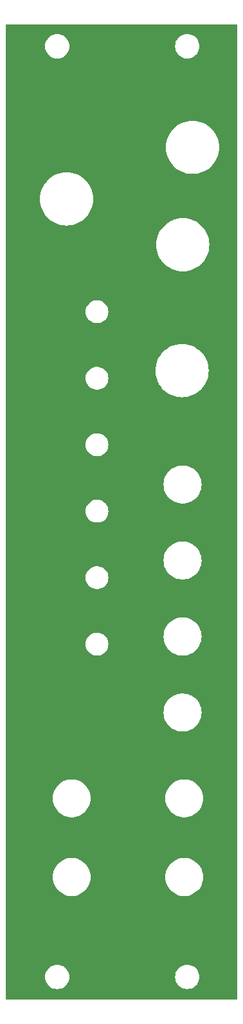
<source format=gbr>
%TF.GenerationSoftware,KiCad,Pcbnew,(7.0.0)*%
%TF.CreationDate,2023-03-30T09:06:06-07:00*%
%TF.ProjectId,wyw_r_faceplate,7779775f-725f-4666-9163-65706c617465,rev?*%
%TF.SameCoordinates,Original*%
%TF.FileFunction,Copper,L2,Bot*%
%TF.FilePolarity,Positive*%
%FSLAX46Y46*%
G04 Gerber Fmt 4.6, Leading zero omitted, Abs format (unit mm)*
G04 Created by KiCad (PCBNEW (7.0.0)) date 2023-03-30 09:06:06*
%MOMM*%
%LPD*%
G01*
G04 APERTURE LIST*
G04 APERTURE END LIST*
%TA.AperFunction,Conductor*%
%TO.N,GND*%
G36*
X50417500Y-20016613D02*
G01*
X50462887Y-20062000D01*
X50479500Y-20124000D01*
X50479500Y-148275500D01*
X50462887Y-148337500D01*
X50417500Y-148382887D01*
X50355500Y-148399500D01*
X20124500Y-148399500D01*
X20062500Y-148382887D01*
X20017113Y-148337500D01*
X20000500Y-148275500D01*
X20000500Y-145400000D01*
X25174551Y-145400000D01*
X25194317Y-145651148D01*
X25195452Y-145655877D01*
X25195453Y-145655881D01*
X25251989Y-145891374D01*
X25251991Y-145891382D01*
X25253127Y-145896111D01*
X25349534Y-146128859D01*
X25352081Y-146133016D01*
X25352082Y-146133017D01*
X25478617Y-146339504D01*
X25478622Y-146339511D01*
X25481164Y-146343659D01*
X25484324Y-146347358D01*
X25484327Y-146347363D01*
X25641183Y-146531017D01*
X25644776Y-146535224D01*
X25648476Y-146538384D01*
X25830705Y-146694023D01*
X25836341Y-146698836D01*
X25840491Y-146701379D01*
X25840495Y-146701382D01*
X25952300Y-146769896D01*
X26051141Y-146830466D01*
X26283889Y-146926873D01*
X26528852Y-146985683D01*
X26780000Y-147005449D01*
X27031148Y-146985683D01*
X27276111Y-146926873D01*
X27508859Y-146830466D01*
X27723659Y-146698836D01*
X27915224Y-146535224D01*
X28078836Y-146343659D01*
X28210466Y-146128859D01*
X28306873Y-145896111D01*
X28365683Y-145651148D01*
X28385449Y-145400000D01*
X42294551Y-145400000D01*
X42314317Y-145651148D01*
X42315452Y-145655877D01*
X42315453Y-145655881D01*
X42371989Y-145891374D01*
X42371991Y-145891382D01*
X42373127Y-145896111D01*
X42469534Y-146128859D01*
X42472081Y-146133016D01*
X42472082Y-146133017D01*
X42598617Y-146339504D01*
X42598622Y-146339511D01*
X42601164Y-146343659D01*
X42604324Y-146347358D01*
X42604327Y-146347363D01*
X42761183Y-146531017D01*
X42764776Y-146535224D01*
X42768476Y-146538384D01*
X42950705Y-146694023D01*
X42956341Y-146698836D01*
X42960491Y-146701379D01*
X42960495Y-146701382D01*
X43072300Y-146769896D01*
X43171141Y-146830466D01*
X43403889Y-146926873D01*
X43648852Y-146985683D01*
X43900000Y-147005449D01*
X44151148Y-146985683D01*
X44396111Y-146926873D01*
X44628859Y-146830466D01*
X44843659Y-146698836D01*
X45035224Y-146535224D01*
X45198836Y-146343659D01*
X45330466Y-146128859D01*
X45426873Y-145896111D01*
X45485683Y-145651148D01*
X45505449Y-145400000D01*
X45485683Y-145148852D01*
X45426873Y-144903889D01*
X45330466Y-144671141D01*
X45198836Y-144456341D01*
X45035224Y-144264776D01*
X45031523Y-144261615D01*
X44847363Y-144104327D01*
X44847358Y-144104324D01*
X44843659Y-144101164D01*
X44839511Y-144098622D01*
X44839504Y-144098617D01*
X44633017Y-143972082D01*
X44633016Y-143972081D01*
X44628859Y-143969534D01*
X44396111Y-143873127D01*
X44391382Y-143871991D01*
X44391374Y-143871989D01*
X44155881Y-143815453D01*
X44155877Y-143815452D01*
X44151148Y-143814317D01*
X44146295Y-143813935D01*
X43904854Y-143794933D01*
X43900000Y-143794551D01*
X43895146Y-143794933D01*
X43653704Y-143813935D01*
X43653702Y-143813935D01*
X43648852Y-143814317D01*
X43644124Y-143815451D01*
X43644118Y-143815453D01*
X43408625Y-143871989D01*
X43408613Y-143871992D01*
X43403889Y-143873127D01*
X43399392Y-143874989D01*
X43399388Y-143874991D01*
X43175645Y-143967668D01*
X43175640Y-143967670D01*
X43171141Y-143969534D01*
X43166988Y-143972078D01*
X43166982Y-143972082D01*
X42960495Y-144098617D01*
X42960482Y-144098626D01*
X42956341Y-144101164D01*
X42952646Y-144104319D01*
X42952636Y-144104327D01*
X42768476Y-144261615D01*
X42768469Y-144261621D01*
X42764776Y-144264776D01*
X42761621Y-144268469D01*
X42761615Y-144268476D01*
X42604327Y-144452636D01*
X42604319Y-144452646D01*
X42601164Y-144456341D01*
X42598626Y-144460482D01*
X42598617Y-144460495D01*
X42472082Y-144666982D01*
X42472078Y-144666988D01*
X42469534Y-144671141D01*
X42373127Y-144903889D01*
X42371992Y-144908613D01*
X42371989Y-144908625D01*
X42315453Y-145144118D01*
X42315451Y-145144124D01*
X42314317Y-145148852D01*
X42294551Y-145400000D01*
X28385449Y-145400000D01*
X28365683Y-145148852D01*
X28306873Y-144903889D01*
X28210466Y-144671141D01*
X28078836Y-144456341D01*
X27915224Y-144264776D01*
X27911523Y-144261615D01*
X27727363Y-144104327D01*
X27727358Y-144104324D01*
X27723659Y-144101164D01*
X27719511Y-144098622D01*
X27719504Y-144098617D01*
X27513017Y-143972082D01*
X27513016Y-143972081D01*
X27508859Y-143969534D01*
X27276111Y-143873127D01*
X27271382Y-143871991D01*
X27271374Y-143871989D01*
X27035881Y-143815453D01*
X27035877Y-143815452D01*
X27031148Y-143814317D01*
X27026295Y-143813935D01*
X26784854Y-143794933D01*
X26780000Y-143794551D01*
X26775146Y-143794933D01*
X26533704Y-143813935D01*
X26533702Y-143813935D01*
X26528852Y-143814317D01*
X26524124Y-143815451D01*
X26524118Y-143815453D01*
X26288625Y-143871989D01*
X26288613Y-143871992D01*
X26283889Y-143873127D01*
X26279392Y-143874989D01*
X26279388Y-143874991D01*
X26055645Y-143967668D01*
X26055640Y-143967670D01*
X26051141Y-143969534D01*
X26046988Y-143972078D01*
X26046982Y-143972082D01*
X25840495Y-144098617D01*
X25840482Y-144098626D01*
X25836341Y-144101164D01*
X25832646Y-144104319D01*
X25832636Y-144104327D01*
X25648476Y-144261615D01*
X25648469Y-144261621D01*
X25644776Y-144264776D01*
X25641621Y-144268469D01*
X25641615Y-144268476D01*
X25484327Y-144452636D01*
X25484319Y-144452646D01*
X25481164Y-144456341D01*
X25478626Y-144460482D01*
X25478617Y-144460495D01*
X25352082Y-144666982D01*
X25352078Y-144666988D01*
X25349534Y-144671141D01*
X25253127Y-144903889D01*
X25251992Y-144908613D01*
X25251989Y-144908625D01*
X25195453Y-145144118D01*
X25195451Y-145144124D01*
X25194317Y-145148852D01*
X25174551Y-145400000D01*
X20000500Y-145400000D01*
X20000500Y-132258353D01*
X26174555Y-132258353D01*
X26194311Y-132572369D01*
X26195038Y-132576181D01*
X26195040Y-132576195D01*
X26252537Y-132877602D01*
X26253268Y-132881432D01*
X26350496Y-133180669D01*
X26484462Y-133465360D01*
X26486544Y-133468641D01*
X26486547Y-133468646D01*
X26650961Y-133727723D01*
X26650965Y-133727729D01*
X26653052Y-133731017D01*
X26853609Y-133973448D01*
X27082969Y-134188832D01*
X27337515Y-134373770D01*
X27613233Y-134525347D01*
X27759503Y-134583259D01*
X27902150Y-134639738D01*
X27902153Y-134639739D01*
X27905775Y-134641173D01*
X28210526Y-134719420D01*
X28522682Y-134758854D01*
X28833423Y-134758854D01*
X28837318Y-134758854D01*
X29149474Y-134719420D01*
X29454225Y-134641173D01*
X29746767Y-134525347D01*
X30022485Y-134373770D01*
X30277031Y-134188832D01*
X30506391Y-133973448D01*
X30706948Y-133731017D01*
X30875538Y-133465360D01*
X31009504Y-133180669D01*
X31106732Y-132881432D01*
X31165689Y-132572369D01*
X31185445Y-132258353D01*
X40996094Y-132258353D01*
X41015850Y-132572369D01*
X41016577Y-132576181D01*
X41016579Y-132576195D01*
X41074076Y-132877602D01*
X41074807Y-132881432D01*
X41172035Y-133180669D01*
X41306001Y-133465360D01*
X41308083Y-133468641D01*
X41308086Y-133468646D01*
X41472500Y-133727723D01*
X41472504Y-133727729D01*
X41474591Y-133731017D01*
X41675148Y-133973448D01*
X41904508Y-134188832D01*
X42159054Y-134373770D01*
X42434772Y-134525347D01*
X42581042Y-134583259D01*
X42723689Y-134639738D01*
X42723692Y-134639739D01*
X42727314Y-134641173D01*
X43032065Y-134719420D01*
X43344221Y-134758854D01*
X43654962Y-134758854D01*
X43658857Y-134758854D01*
X43971013Y-134719420D01*
X44275764Y-134641173D01*
X44568306Y-134525347D01*
X44844024Y-134373770D01*
X45098570Y-134188832D01*
X45327930Y-133973448D01*
X45528487Y-133731017D01*
X45697077Y-133465360D01*
X45831043Y-133180669D01*
X45928271Y-132881432D01*
X45987228Y-132572369D01*
X46006984Y-132258353D01*
X45987228Y-131944337D01*
X45928271Y-131635274D01*
X45831043Y-131336037D01*
X45697077Y-131051346D01*
X45681148Y-131026247D01*
X45530577Y-130788982D01*
X45530575Y-130788979D01*
X45528487Y-130785689D01*
X45327930Y-130543258D01*
X45098570Y-130327874D01*
X44844024Y-130142936D01*
X44568306Y-129991359D01*
X44564684Y-129989925D01*
X44564680Y-129989923D01*
X44279388Y-129876967D01*
X44279376Y-129876963D01*
X44275764Y-129875533D01*
X44271990Y-129874564D01*
X44271987Y-129874563D01*
X43974795Y-129798257D01*
X43974794Y-129798256D01*
X43971013Y-129797286D01*
X43967142Y-129796797D01*
X43967137Y-129796796D01*
X43662723Y-129758340D01*
X43662716Y-129758339D01*
X43658857Y-129757852D01*
X43344221Y-129757852D01*
X43340362Y-129758339D01*
X43340354Y-129758340D01*
X43035940Y-129796796D01*
X43035932Y-129796797D01*
X43032065Y-129797286D01*
X43028286Y-129798256D01*
X43028282Y-129798257D01*
X42731090Y-129874563D01*
X42731082Y-129874565D01*
X42727314Y-129875533D01*
X42723706Y-129876961D01*
X42723689Y-129876967D01*
X42438397Y-129989923D01*
X42438386Y-129989927D01*
X42434772Y-129991359D01*
X42431360Y-129993234D01*
X42431353Y-129993238D01*
X42162480Y-130141052D01*
X42162473Y-130141056D01*
X42159054Y-130142936D01*
X42155898Y-130145228D01*
X42155890Y-130145234D01*
X41907664Y-130325580D01*
X41907653Y-130325588D01*
X41904508Y-130327874D01*
X41901673Y-130330535D01*
X41901666Y-130330542D01*
X41677985Y-130540593D01*
X41677978Y-130540600D01*
X41675148Y-130543258D01*
X41672673Y-130546249D01*
X41672669Y-130546254D01*
X41477074Y-130782686D01*
X41477064Y-130782698D01*
X41474591Y-130785689D01*
X41472509Y-130788968D01*
X41472500Y-130788982D01*
X41308086Y-131048059D01*
X41308079Y-131048070D01*
X41306001Y-131051346D01*
X41304347Y-131054860D01*
X41304342Y-131054870D01*
X41173694Y-131332510D01*
X41173690Y-131332519D01*
X41172035Y-131336037D01*
X41170833Y-131339733D01*
X41170831Y-131339741D01*
X41076012Y-131631563D01*
X41076009Y-131631574D01*
X41074807Y-131635274D01*
X41074078Y-131639094D01*
X41074076Y-131639103D01*
X41016579Y-131940510D01*
X41016576Y-131940526D01*
X41015850Y-131944337D01*
X40996094Y-132258353D01*
X31185445Y-132258353D01*
X31165689Y-131944337D01*
X31106732Y-131635274D01*
X31009504Y-131336037D01*
X30875538Y-131051346D01*
X30859609Y-131026247D01*
X30709038Y-130788982D01*
X30709036Y-130788979D01*
X30706948Y-130785689D01*
X30506391Y-130543258D01*
X30277031Y-130327874D01*
X30022485Y-130142936D01*
X29746767Y-129991359D01*
X29743145Y-129989925D01*
X29743141Y-129989923D01*
X29457849Y-129876967D01*
X29457837Y-129876963D01*
X29454225Y-129875533D01*
X29450451Y-129874564D01*
X29450448Y-129874563D01*
X29153256Y-129798257D01*
X29153255Y-129798256D01*
X29149474Y-129797286D01*
X29145603Y-129796797D01*
X29145598Y-129796796D01*
X28841184Y-129758340D01*
X28841177Y-129758339D01*
X28837318Y-129757852D01*
X28522682Y-129757852D01*
X28518823Y-129758339D01*
X28518815Y-129758340D01*
X28214401Y-129796796D01*
X28214393Y-129796797D01*
X28210526Y-129797286D01*
X28206747Y-129798256D01*
X28206743Y-129798257D01*
X27909551Y-129874563D01*
X27909543Y-129874565D01*
X27905775Y-129875533D01*
X27902167Y-129876961D01*
X27902150Y-129876967D01*
X27616858Y-129989923D01*
X27616847Y-129989927D01*
X27613233Y-129991359D01*
X27609821Y-129993234D01*
X27609814Y-129993238D01*
X27340941Y-130141052D01*
X27340934Y-130141056D01*
X27337515Y-130142936D01*
X27334359Y-130145228D01*
X27334351Y-130145234D01*
X27086125Y-130325580D01*
X27086114Y-130325588D01*
X27082969Y-130327874D01*
X27080134Y-130330535D01*
X27080127Y-130330542D01*
X26856446Y-130540593D01*
X26856439Y-130540600D01*
X26853609Y-130543258D01*
X26851134Y-130546249D01*
X26851130Y-130546254D01*
X26655535Y-130782686D01*
X26655525Y-130782698D01*
X26653052Y-130785689D01*
X26650970Y-130788968D01*
X26650961Y-130788982D01*
X26486547Y-131048059D01*
X26486540Y-131048070D01*
X26484462Y-131051346D01*
X26482808Y-131054860D01*
X26482803Y-131054870D01*
X26352155Y-131332510D01*
X26352151Y-131332519D01*
X26350496Y-131336037D01*
X26349294Y-131339733D01*
X26349292Y-131339741D01*
X26254473Y-131631563D01*
X26254470Y-131631574D01*
X26253268Y-131635274D01*
X26252539Y-131639094D01*
X26252537Y-131639103D01*
X26195040Y-131940510D01*
X26195037Y-131940526D01*
X26194311Y-131944337D01*
X26174555Y-132258353D01*
X20000500Y-132258353D01*
X20000500Y-121900000D01*
X26174556Y-121900000D01*
X26194312Y-122214015D01*
X26195039Y-122217827D01*
X26195041Y-122217841D01*
X26252538Y-122519249D01*
X26253269Y-122523079D01*
X26350497Y-122822315D01*
X26484463Y-123107007D01*
X26486545Y-123110288D01*
X26486548Y-123110293D01*
X26650962Y-123369369D01*
X26650966Y-123369375D01*
X26653053Y-123372663D01*
X26853610Y-123615094D01*
X27082970Y-123830478D01*
X27337516Y-124015416D01*
X27613234Y-124166994D01*
X27905775Y-124282819D01*
X28210527Y-124361066D01*
X28522682Y-124400500D01*
X28833423Y-124400500D01*
X28837318Y-124400500D01*
X29149473Y-124361066D01*
X29454225Y-124282819D01*
X29746766Y-124166994D01*
X30022484Y-124015416D01*
X30277030Y-123830478D01*
X30506390Y-123615094D01*
X30706947Y-123372663D01*
X30875537Y-123107007D01*
X31009503Y-122822315D01*
X31106731Y-122523079D01*
X31165688Y-122214015D01*
X31185444Y-121900000D01*
X40996095Y-121900000D01*
X41015851Y-122214015D01*
X41016578Y-122217827D01*
X41016580Y-122217841D01*
X41074077Y-122519249D01*
X41074808Y-122523079D01*
X41172036Y-122822315D01*
X41306002Y-123107007D01*
X41308084Y-123110288D01*
X41308087Y-123110293D01*
X41472501Y-123369369D01*
X41472505Y-123369375D01*
X41474592Y-123372663D01*
X41675149Y-123615094D01*
X41904509Y-123830478D01*
X42159055Y-124015416D01*
X42434773Y-124166994D01*
X42727314Y-124282819D01*
X43032066Y-124361066D01*
X43344221Y-124400500D01*
X43654962Y-124400500D01*
X43658857Y-124400500D01*
X43971012Y-124361066D01*
X44275764Y-124282819D01*
X44568305Y-124166994D01*
X44844023Y-124015416D01*
X45098569Y-123830478D01*
X45327929Y-123615094D01*
X45528486Y-123372663D01*
X45697076Y-123107007D01*
X45831042Y-122822315D01*
X45928270Y-122523079D01*
X45987227Y-122214015D01*
X46006983Y-121900000D01*
X45987227Y-121585985D01*
X45928270Y-121276921D01*
X45831042Y-120977685D01*
X45697076Y-120692993D01*
X45686128Y-120675742D01*
X45530576Y-120430630D01*
X45530574Y-120430627D01*
X45528486Y-120427337D01*
X45327929Y-120184906D01*
X45098569Y-119969522D01*
X44844023Y-119784584D01*
X44840620Y-119782713D01*
X44840615Y-119782710D01*
X44571722Y-119634884D01*
X44571715Y-119634880D01*
X44568305Y-119633006D01*
X44564679Y-119631570D01*
X44564674Y-119631568D01*
X44279386Y-119518615D01*
X44279385Y-119518614D01*
X44275764Y-119517181D01*
X44271994Y-119516213D01*
X44271991Y-119516212D01*
X43974795Y-119439905D01*
X43974790Y-119439904D01*
X43971012Y-119438934D01*
X43967141Y-119438445D01*
X43967136Y-119438444D01*
X43662723Y-119399988D01*
X43662716Y-119399987D01*
X43658857Y-119399500D01*
X43344221Y-119399500D01*
X43340362Y-119399987D01*
X43340354Y-119399988D01*
X43035941Y-119438444D01*
X43035933Y-119438445D01*
X43032066Y-119438934D01*
X43028290Y-119439903D01*
X43028282Y-119439905D01*
X42731086Y-119516212D01*
X42731078Y-119516214D01*
X42727314Y-119517181D01*
X42723697Y-119518612D01*
X42723691Y-119518615D01*
X42438403Y-119631568D01*
X42438392Y-119631572D01*
X42434773Y-119633006D01*
X42431368Y-119634877D01*
X42431355Y-119634884D01*
X42162462Y-119782710D01*
X42162450Y-119782717D01*
X42159055Y-119784584D01*
X42155911Y-119786867D01*
X42155905Y-119786872D01*
X41907665Y-119967228D01*
X41907654Y-119967236D01*
X41904509Y-119969522D01*
X41901674Y-119972183D01*
X41901667Y-119972190D01*
X41677986Y-120182241D01*
X41677979Y-120182248D01*
X41675149Y-120184906D01*
X41672674Y-120187897D01*
X41672670Y-120187902D01*
X41477075Y-120424334D01*
X41477065Y-120424346D01*
X41474592Y-120427337D01*
X41472510Y-120430616D01*
X41472501Y-120430630D01*
X41308087Y-120689706D01*
X41308080Y-120689717D01*
X41306002Y-120692993D01*
X41304349Y-120696504D01*
X41304346Y-120696511D01*
X41173692Y-120974165D01*
X41172036Y-120977685D01*
X41074808Y-121276921D01*
X41074079Y-121280741D01*
X41074077Y-121280750D01*
X41016580Y-121582158D01*
X41016577Y-121582174D01*
X41015851Y-121585985D01*
X40996095Y-121900000D01*
X31185444Y-121900000D01*
X31165688Y-121585985D01*
X31106731Y-121276921D01*
X31009503Y-120977685D01*
X30875537Y-120692993D01*
X30864589Y-120675742D01*
X30709037Y-120430630D01*
X30709035Y-120430627D01*
X30706947Y-120427337D01*
X30506390Y-120184906D01*
X30277030Y-119969522D01*
X30022484Y-119784584D01*
X30019081Y-119782713D01*
X30019076Y-119782710D01*
X29750183Y-119634884D01*
X29750176Y-119634880D01*
X29746766Y-119633006D01*
X29743140Y-119631570D01*
X29743135Y-119631568D01*
X29457847Y-119518615D01*
X29457846Y-119518614D01*
X29454225Y-119517181D01*
X29450455Y-119516213D01*
X29450452Y-119516212D01*
X29153256Y-119439905D01*
X29153251Y-119439904D01*
X29149473Y-119438934D01*
X29145602Y-119438445D01*
X29145597Y-119438444D01*
X28841184Y-119399988D01*
X28841177Y-119399987D01*
X28837318Y-119399500D01*
X28522682Y-119399500D01*
X28518823Y-119399987D01*
X28518815Y-119399988D01*
X28214402Y-119438444D01*
X28214394Y-119438445D01*
X28210527Y-119438934D01*
X28206751Y-119439903D01*
X28206743Y-119439905D01*
X27909547Y-119516212D01*
X27909539Y-119516214D01*
X27905775Y-119517181D01*
X27902158Y-119518612D01*
X27902152Y-119518615D01*
X27616864Y-119631568D01*
X27616853Y-119631572D01*
X27613234Y-119633006D01*
X27609829Y-119634877D01*
X27609816Y-119634884D01*
X27340923Y-119782710D01*
X27340911Y-119782717D01*
X27337516Y-119784584D01*
X27334372Y-119786867D01*
X27334366Y-119786872D01*
X27086126Y-119967228D01*
X27086115Y-119967236D01*
X27082970Y-119969522D01*
X27080135Y-119972183D01*
X27080128Y-119972190D01*
X26856447Y-120182241D01*
X26856440Y-120182248D01*
X26853610Y-120184906D01*
X26851135Y-120187897D01*
X26851131Y-120187902D01*
X26655536Y-120424334D01*
X26655526Y-120424346D01*
X26653053Y-120427337D01*
X26650971Y-120430616D01*
X26650962Y-120430630D01*
X26486548Y-120689706D01*
X26486541Y-120689717D01*
X26484463Y-120692993D01*
X26482810Y-120696504D01*
X26482807Y-120696511D01*
X26352153Y-120974165D01*
X26350497Y-120977685D01*
X26253269Y-121276921D01*
X26252540Y-121280741D01*
X26252538Y-121280750D01*
X26195041Y-121582158D01*
X26195038Y-121582174D01*
X26194312Y-121585985D01*
X26174556Y-121900000D01*
X20000500Y-121900000D01*
X20000500Y-110600000D01*
X40774556Y-110600000D01*
X40794312Y-110914015D01*
X40795039Y-110917827D01*
X40795041Y-110917841D01*
X40852538Y-111219249D01*
X40853269Y-111223079D01*
X40950497Y-111522315D01*
X41084463Y-111807007D01*
X41086545Y-111810288D01*
X41086548Y-111810293D01*
X41250962Y-112069369D01*
X41250966Y-112069375D01*
X41253053Y-112072663D01*
X41453610Y-112315094D01*
X41682970Y-112530478D01*
X41937516Y-112715416D01*
X42213234Y-112866994D01*
X42505775Y-112982819D01*
X42810527Y-113061066D01*
X43122682Y-113100500D01*
X43433423Y-113100500D01*
X43437318Y-113100500D01*
X43749473Y-113061066D01*
X44054225Y-112982819D01*
X44346766Y-112866994D01*
X44622484Y-112715416D01*
X44877030Y-112530478D01*
X45106390Y-112315094D01*
X45306947Y-112072663D01*
X45475537Y-111807007D01*
X45609503Y-111522315D01*
X45706731Y-111223079D01*
X45765688Y-110914015D01*
X45785444Y-110600000D01*
X45765688Y-110285985D01*
X45706731Y-109976921D01*
X45609503Y-109677685D01*
X45475537Y-109392993D01*
X45464589Y-109375742D01*
X45309037Y-109130630D01*
X45309035Y-109130627D01*
X45306947Y-109127337D01*
X45106390Y-108884906D01*
X44877030Y-108669522D01*
X44622484Y-108484584D01*
X44619081Y-108482713D01*
X44619076Y-108482710D01*
X44350183Y-108334884D01*
X44350176Y-108334880D01*
X44346766Y-108333006D01*
X44343140Y-108331570D01*
X44343135Y-108331568D01*
X44057847Y-108218615D01*
X44057846Y-108218614D01*
X44054225Y-108217181D01*
X44050455Y-108216213D01*
X44050452Y-108216212D01*
X43753256Y-108139905D01*
X43753251Y-108139904D01*
X43749473Y-108138934D01*
X43745602Y-108138445D01*
X43745597Y-108138444D01*
X43441184Y-108099988D01*
X43441177Y-108099987D01*
X43437318Y-108099500D01*
X43122682Y-108099500D01*
X43118823Y-108099987D01*
X43118815Y-108099988D01*
X42814402Y-108138444D01*
X42814394Y-108138445D01*
X42810527Y-108138934D01*
X42806751Y-108139903D01*
X42806743Y-108139905D01*
X42509547Y-108216212D01*
X42509539Y-108216214D01*
X42505775Y-108217181D01*
X42502158Y-108218612D01*
X42502152Y-108218615D01*
X42216864Y-108331568D01*
X42216853Y-108331572D01*
X42213234Y-108333006D01*
X42209829Y-108334877D01*
X42209816Y-108334884D01*
X41940923Y-108482710D01*
X41940911Y-108482717D01*
X41937516Y-108484584D01*
X41934372Y-108486867D01*
X41934366Y-108486872D01*
X41686126Y-108667228D01*
X41686115Y-108667236D01*
X41682970Y-108669522D01*
X41680135Y-108672183D01*
X41680128Y-108672190D01*
X41456447Y-108882241D01*
X41456440Y-108882248D01*
X41453610Y-108884906D01*
X41451135Y-108887897D01*
X41451131Y-108887902D01*
X41255536Y-109124334D01*
X41255526Y-109124346D01*
X41253053Y-109127337D01*
X41250971Y-109130616D01*
X41250962Y-109130630D01*
X41086548Y-109389706D01*
X41086541Y-109389717D01*
X41084463Y-109392993D01*
X41082810Y-109396504D01*
X41082807Y-109396511D01*
X40952153Y-109674165D01*
X40950497Y-109677685D01*
X40853269Y-109976921D01*
X40852540Y-109980741D01*
X40852538Y-109980750D01*
X40795041Y-110282158D01*
X40795038Y-110282174D01*
X40794312Y-110285985D01*
X40774556Y-110600000D01*
X20000500Y-110600000D01*
X20000500Y-101600000D01*
X30506856Y-101600000D01*
X30507280Y-101605117D01*
X30526966Y-101842701D01*
X30526967Y-101842709D01*
X30527391Y-101847821D01*
X30528648Y-101852788D01*
X30528650Y-101852795D01*
X30583444Y-102069169D01*
X30588436Y-102088881D01*
X30590496Y-102093577D01*
X30686265Y-102311910D01*
X30686268Y-102311916D01*
X30688326Y-102316607D01*
X30691126Y-102320893D01*
X30691130Y-102320900D01*
X30819174Y-102516885D01*
X30824335Y-102524785D01*
X30827809Y-102528559D01*
X30827810Y-102528560D01*
X30989283Y-102703967D01*
X30989286Y-102703970D01*
X30992755Y-102707738D01*
X31188990Y-102860474D01*
X31407689Y-102978828D01*
X31642885Y-103059571D01*
X31888164Y-103100500D01*
X32131700Y-103100500D01*
X32136834Y-103100500D01*
X32382113Y-103059571D01*
X32617309Y-102978828D01*
X32836008Y-102860474D01*
X33032243Y-102707738D01*
X33200663Y-102524785D01*
X33336672Y-102316607D01*
X33436562Y-102088881D01*
X33497607Y-101847821D01*
X33518142Y-101600000D01*
X33497607Y-101352179D01*
X33436562Y-101111119D01*
X33336672Y-100883393D01*
X33200663Y-100675215D01*
X33197187Y-100671439D01*
X33131423Y-100600000D01*
X40774556Y-100600000D01*
X40794312Y-100914015D01*
X40795039Y-100917827D01*
X40795041Y-100917841D01*
X40852538Y-101219249D01*
X40853269Y-101223079D01*
X40854473Y-101226786D01*
X40854474Y-101226788D01*
X40896879Y-101357298D01*
X40950497Y-101522315D01*
X41084463Y-101807007D01*
X41086545Y-101810288D01*
X41086548Y-101810293D01*
X41250962Y-102069369D01*
X41250966Y-102069375D01*
X41253053Y-102072663D01*
X41255532Y-102075660D01*
X41255536Y-102075665D01*
X41369595Y-102213538D01*
X41453610Y-102315094D01*
X41682970Y-102530478D01*
X41937516Y-102715416D01*
X42213234Y-102866994D01*
X42505775Y-102982819D01*
X42810527Y-103061066D01*
X43122682Y-103100500D01*
X43433423Y-103100500D01*
X43437318Y-103100500D01*
X43749473Y-103061066D01*
X44054225Y-102982819D01*
X44346766Y-102866994D01*
X44622484Y-102715416D01*
X44877030Y-102530478D01*
X45106390Y-102315094D01*
X45306947Y-102072663D01*
X45475537Y-101807007D01*
X45609503Y-101522315D01*
X45706731Y-101223079D01*
X45765688Y-100914015D01*
X45785444Y-100600000D01*
X45765688Y-100285985D01*
X45706731Y-99976921D01*
X45609503Y-99677685D01*
X45475537Y-99392993D01*
X45464589Y-99375742D01*
X45309037Y-99130630D01*
X45309035Y-99130627D01*
X45306947Y-99127337D01*
X45106390Y-98884906D01*
X44877030Y-98669522D01*
X44622484Y-98484584D01*
X44619081Y-98482713D01*
X44619076Y-98482710D01*
X44350183Y-98334884D01*
X44350176Y-98334880D01*
X44346766Y-98333006D01*
X44343140Y-98331570D01*
X44343135Y-98331568D01*
X44057847Y-98218615D01*
X44057846Y-98218614D01*
X44054225Y-98217181D01*
X44050455Y-98216213D01*
X44050452Y-98216212D01*
X43753256Y-98139905D01*
X43753251Y-98139904D01*
X43749473Y-98138934D01*
X43745602Y-98138445D01*
X43745597Y-98138444D01*
X43441184Y-98099988D01*
X43441177Y-98099987D01*
X43437318Y-98099500D01*
X43122682Y-98099500D01*
X43118823Y-98099987D01*
X43118815Y-98099988D01*
X42814402Y-98138444D01*
X42814394Y-98138445D01*
X42810527Y-98138934D01*
X42806751Y-98139903D01*
X42806743Y-98139905D01*
X42509547Y-98216212D01*
X42509539Y-98216214D01*
X42505775Y-98217181D01*
X42502158Y-98218612D01*
X42502152Y-98218615D01*
X42216864Y-98331568D01*
X42216853Y-98331572D01*
X42213234Y-98333006D01*
X42209829Y-98334877D01*
X42209816Y-98334884D01*
X41940923Y-98482710D01*
X41940911Y-98482717D01*
X41937516Y-98484584D01*
X41934372Y-98486867D01*
X41934366Y-98486872D01*
X41686126Y-98667228D01*
X41686115Y-98667236D01*
X41682970Y-98669522D01*
X41680135Y-98672183D01*
X41680128Y-98672190D01*
X41456447Y-98882241D01*
X41456440Y-98882248D01*
X41453610Y-98884906D01*
X41451135Y-98887897D01*
X41451131Y-98887902D01*
X41255536Y-99124334D01*
X41255526Y-99124346D01*
X41253053Y-99127337D01*
X41250971Y-99130616D01*
X41250962Y-99130630D01*
X41086548Y-99389706D01*
X41086541Y-99389717D01*
X41084463Y-99392993D01*
X41082810Y-99396504D01*
X41082807Y-99396511D01*
X40952153Y-99674165D01*
X40950497Y-99677685D01*
X40853269Y-99976921D01*
X40852540Y-99980741D01*
X40852538Y-99980750D01*
X40795041Y-100282158D01*
X40795038Y-100282174D01*
X40794312Y-100285985D01*
X40794067Y-100289876D01*
X40794067Y-100289878D01*
X40790745Y-100342678D01*
X40774556Y-100600000D01*
X33131423Y-100600000D01*
X33035714Y-100496032D01*
X33035710Y-100496029D01*
X33032243Y-100492262D01*
X32836008Y-100339526D01*
X32738450Y-100286730D01*
X32621815Y-100223610D01*
X32621809Y-100223607D01*
X32617309Y-100221172D01*
X32612468Y-100219510D01*
X32612461Y-100219507D01*
X32386964Y-100142094D01*
X32386960Y-100142093D01*
X32382113Y-100140429D01*
X32373267Y-100138952D01*
X32141897Y-100100344D01*
X32141886Y-100100343D01*
X32136834Y-100099500D01*
X31888164Y-100099500D01*
X31883112Y-100100343D01*
X31883100Y-100100344D01*
X31647942Y-100139585D01*
X31647940Y-100139585D01*
X31642885Y-100140429D01*
X31638040Y-100142092D01*
X31638033Y-100142094D01*
X31412536Y-100219507D01*
X31412525Y-100219511D01*
X31407689Y-100221172D01*
X31403192Y-100223605D01*
X31403182Y-100223610D01*
X31193501Y-100337084D01*
X31193494Y-100337088D01*
X31188990Y-100339526D01*
X31184947Y-100342672D01*
X31184939Y-100342678D01*
X30996803Y-100489111D01*
X30992755Y-100492262D01*
X30989292Y-100496023D01*
X30989283Y-100496032D01*
X30827810Y-100671439D01*
X30827804Y-100671446D01*
X30824335Y-100675215D01*
X30821530Y-100679506D01*
X30821527Y-100679512D01*
X30691130Y-100879099D01*
X30691123Y-100879111D01*
X30688326Y-100883393D01*
X30686271Y-100888077D01*
X30686265Y-100888089D01*
X30590496Y-101106422D01*
X30588436Y-101111119D01*
X30587178Y-101116084D01*
X30587177Y-101116089D01*
X30528650Y-101347204D01*
X30528648Y-101347213D01*
X30527391Y-101352179D01*
X30526967Y-101357288D01*
X30526966Y-101357298D01*
X30507280Y-101594883D01*
X30506856Y-101600000D01*
X20000500Y-101600000D01*
X20000500Y-92850000D01*
X30506856Y-92850000D01*
X30507280Y-92855117D01*
X30526966Y-93092701D01*
X30526967Y-93092709D01*
X30527391Y-93097821D01*
X30528648Y-93102788D01*
X30528650Y-93102795D01*
X30587177Y-93333910D01*
X30588436Y-93338881D01*
X30590496Y-93343577D01*
X30686265Y-93561910D01*
X30686268Y-93561916D01*
X30688326Y-93566607D01*
X30691126Y-93570893D01*
X30691130Y-93570900D01*
X30819174Y-93766885D01*
X30824335Y-93774785D01*
X30827809Y-93778559D01*
X30827810Y-93778560D01*
X30989283Y-93953967D01*
X30989286Y-93953970D01*
X30992755Y-93957738D01*
X31188990Y-94110474D01*
X31407689Y-94228828D01*
X31642885Y-94309571D01*
X31888164Y-94350500D01*
X32131700Y-94350500D01*
X32136834Y-94350500D01*
X32382113Y-94309571D01*
X32617309Y-94228828D01*
X32836008Y-94110474D01*
X33032243Y-93957738D01*
X33200663Y-93774785D01*
X33336672Y-93566607D01*
X33436562Y-93338881D01*
X33497607Y-93097821D01*
X33518142Y-92850000D01*
X33497607Y-92602179D01*
X33436562Y-92361119D01*
X33336672Y-92133393D01*
X33200663Y-91925215D01*
X33091845Y-91807007D01*
X33035714Y-91746032D01*
X33035710Y-91746029D01*
X33032243Y-91742262D01*
X32836008Y-91589526D01*
X32718316Y-91525834D01*
X32621815Y-91473610D01*
X32621809Y-91473607D01*
X32617309Y-91471172D01*
X32612468Y-91469510D01*
X32612461Y-91469507D01*
X32386964Y-91392094D01*
X32386960Y-91392093D01*
X32382113Y-91390429D01*
X32373267Y-91388952D01*
X32141897Y-91350344D01*
X32141886Y-91350343D01*
X32136834Y-91349500D01*
X31888164Y-91349500D01*
X31883112Y-91350343D01*
X31883100Y-91350344D01*
X31647942Y-91389585D01*
X31647940Y-91389585D01*
X31642885Y-91390429D01*
X31638040Y-91392092D01*
X31638033Y-91392094D01*
X31412536Y-91469507D01*
X31412525Y-91469511D01*
X31407689Y-91471172D01*
X31403192Y-91473605D01*
X31403182Y-91473610D01*
X31193501Y-91587084D01*
X31193494Y-91587088D01*
X31188990Y-91589526D01*
X31184947Y-91592672D01*
X31184939Y-91592678D01*
X30996803Y-91739111D01*
X30992755Y-91742262D01*
X30989292Y-91746023D01*
X30989283Y-91746032D01*
X30827810Y-91921439D01*
X30827804Y-91921446D01*
X30824335Y-91925215D01*
X30821530Y-91929506D01*
X30821527Y-91929512D01*
X30691130Y-92129099D01*
X30691123Y-92129111D01*
X30688326Y-92133393D01*
X30686271Y-92138077D01*
X30686265Y-92138089D01*
X30590496Y-92356422D01*
X30588436Y-92361119D01*
X30587178Y-92366084D01*
X30587177Y-92366089D01*
X30528650Y-92597204D01*
X30528648Y-92597213D01*
X30527391Y-92602179D01*
X30526967Y-92607288D01*
X30526966Y-92607298D01*
X30507280Y-92844883D01*
X30506856Y-92850000D01*
X20000500Y-92850000D01*
X20000500Y-90600000D01*
X40774556Y-90600000D01*
X40794312Y-90914015D01*
X40795039Y-90917827D01*
X40795041Y-90917841D01*
X40852538Y-91219249D01*
X40853269Y-91223079D01*
X40854473Y-91226786D01*
X40854474Y-91226788D01*
X40935707Y-91476798D01*
X40950497Y-91522315D01*
X40952153Y-91525834D01*
X41052513Y-91739111D01*
X41084463Y-91807007D01*
X41086545Y-91810288D01*
X41086548Y-91810293D01*
X41250962Y-92069369D01*
X41250966Y-92069375D01*
X41253053Y-92072663D01*
X41453610Y-92315094D01*
X41682970Y-92530478D01*
X41937516Y-92715416D01*
X42213234Y-92866994D01*
X42505775Y-92982819D01*
X42810527Y-93061066D01*
X43122682Y-93100500D01*
X43433423Y-93100500D01*
X43437318Y-93100500D01*
X43749473Y-93061066D01*
X44054225Y-92982819D01*
X44346766Y-92866994D01*
X44622484Y-92715416D01*
X44877030Y-92530478D01*
X45106390Y-92315094D01*
X45306947Y-92072663D01*
X45475537Y-91807007D01*
X45609503Y-91522315D01*
X45706731Y-91223079D01*
X45765688Y-90914015D01*
X45785444Y-90600000D01*
X45765688Y-90285985D01*
X45706731Y-89976921D01*
X45609503Y-89677685D01*
X45475537Y-89392993D01*
X45464589Y-89375742D01*
X45309037Y-89130630D01*
X45309035Y-89130627D01*
X45306947Y-89127337D01*
X45106390Y-88884906D01*
X44877030Y-88669522D01*
X44622484Y-88484584D01*
X44619081Y-88482713D01*
X44619076Y-88482710D01*
X44350183Y-88334884D01*
X44350176Y-88334880D01*
X44346766Y-88333006D01*
X44343140Y-88331570D01*
X44343135Y-88331568D01*
X44057847Y-88218615D01*
X44057846Y-88218614D01*
X44054225Y-88217181D01*
X44050455Y-88216213D01*
X44050452Y-88216212D01*
X43753256Y-88139905D01*
X43753251Y-88139904D01*
X43749473Y-88138934D01*
X43745602Y-88138445D01*
X43745597Y-88138444D01*
X43441184Y-88099988D01*
X43441177Y-88099987D01*
X43437318Y-88099500D01*
X43122682Y-88099500D01*
X43118823Y-88099987D01*
X43118815Y-88099988D01*
X42814402Y-88138444D01*
X42814394Y-88138445D01*
X42810527Y-88138934D01*
X42806751Y-88139903D01*
X42806743Y-88139905D01*
X42509547Y-88216212D01*
X42509539Y-88216214D01*
X42505775Y-88217181D01*
X42502158Y-88218612D01*
X42502152Y-88218615D01*
X42216864Y-88331568D01*
X42216853Y-88331572D01*
X42213234Y-88333006D01*
X42209829Y-88334877D01*
X42209816Y-88334884D01*
X41940923Y-88482710D01*
X41940911Y-88482717D01*
X41937516Y-88484584D01*
X41934372Y-88486867D01*
X41934366Y-88486872D01*
X41686126Y-88667228D01*
X41686115Y-88667236D01*
X41682970Y-88669522D01*
X41680135Y-88672183D01*
X41680128Y-88672190D01*
X41456447Y-88882241D01*
X41456440Y-88882248D01*
X41453610Y-88884906D01*
X41451135Y-88887897D01*
X41451131Y-88887902D01*
X41255536Y-89124334D01*
X41255526Y-89124346D01*
X41253053Y-89127337D01*
X41250971Y-89130616D01*
X41250962Y-89130630D01*
X41086548Y-89389706D01*
X41086541Y-89389717D01*
X41084463Y-89392993D01*
X41082810Y-89396504D01*
X41082807Y-89396511D01*
X40952153Y-89674165D01*
X40950497Y-89677685D01*
X40853269Y-89976921D01*
X40852540Y-89980741D01*
X40852538Y-89980750D01*
X40795041Y-90282158D01*
X40795038Y-90282174D01*
X40794312Y-90285985D01*
X40774556Y-90600000D01*
X20000500Y-90600000D01*
X20000500Y-84100000D01*
X30506856Y-84100000D01*
X30507280Y-84105117D01*
X30526966Y-84342701D01*
X30526967Y-84342709D01*
X30527391Y-84347821D01*
X30528648Y-84352788D01*
X30528650Y-84352795D01*
X30587177Y-84583910D01*
X30588436Y-84588881D01*
X30590496Y-84593577D01*
X30686265Y-84811910D01*
X30686268Y-84811916D01*
X30688326Y-84816607D01*
X30691126Y-84820893D01*
X30691130Y-84820900D01*
X30819174Y-85016885D01*
X30824335Y-85024785D01*
X30827809Y-85028559D01*
X30827810Y-85028560D01*
X30989283Y-85203967D01*
X30989286Y-85203970D01*
X30992755Y-85207738D01*
X31188990Y-85360474D01*
X31407689Y-85478828D01*
X31642885Y-85559571D01*
X31888164Y-85600500D01*
X32131700Y-85600500D01*
X32136834Y-85600500D01*
X32382113Y-85559571D01*
X32617309Y-85478828D01*
X32836008Y-85360474D01*
X33032243Y-85207738D01*
X33200663Y-85024785D01*
X33336672Y-84816607D01*
X33436562Y-84588881D01*
X33497607Y-84347821D01*
X33518142Y-84100000D01*
X33497607Y-83852179D01*
X33436562Y-83611119D01*
X33336672Y-83383393D01*
X33200663Y-83175215D01*
X33094687Y-83060094D01*
X33035714Y-82996032D01*
X33035710Y-82996029D01*
X33032243Y-82992262D01*
X32836008Y-82839526D01*
X32831496Y-82837084D01*
X32621815Y-82723610D01*
X32621809Y-82723607D01*
X32617309Y-82721172D01*
X32612468Y-82719510D01*
X32612461Y-82719507D01*
X32386964Y-82642094D01*
X32386960Y-82642093D01*
X32382113Y-82640429D01*
X32373267Y-82638952D01*
X32141897Y-82600344D01*
X32141886Y-82600343D01*
X32136834Y-82599500D01*
X31888164Y-82599500D01*
X31883112Y-82600343D01*
X31883100Y-82600344D01*
X31647942Y-82639585D01*
X31647940Y-82639585D01*
X31642885Y-82640429D01*
X31638040Y-82642092D01*
X31638033Y-82642094D01*
X31412536Y-82719507D01*
X31412525Y-82719511D01*
X31407689Y-82721172D01*
X31403192Y-82723605D01*
X31403182Y-82723610D01*
X31193501Y-82837084D01*
X31193494Y-82837088D01*
X31188990Y-82839526D01*
X31184947Y-82842672D01*
X31184939Y-82842678D01*
X30996803Y-82989111D01*
X30992755Y-82992262D01*
X30989292Y-82996023D01*
X30989283Y-82996032D01*
X30827810Y-83171439D01*
X30827804Y-83171446D01*
X30824335Y-83175215D01*
X30821530Y-83179506D01*
X30821527Y-83179512D01*
X30691130Y-83379099D01*
X30691123Y-83379111D01*
X30688326Y-83383393D01*
X30686271Y-83388077D01*
X30686265Y-83388089D01*
X30590496Y-83606422D01*
X30588436Y-83611119D01*
X30587178Y-83616084D01*
X30587177Y-83616089D01*
X30528650Y-83847204D01*
X30528648Y-83847213D01*
X30527391Y-83852179D01*
X30526967Y-83857288D01*
X30526966Y-83857298D01*
X30507280Y-84094883D01*
X30506856Y-84100000D01*
X20000500Y-84100000D01*
X20000500Y-80600000D01*
X40774556Y-80600000D01*
X40794312Y-80914015D01*
X40795039Y-80917827D01*
X40795041Y-80917841D01*
X40852538Y-81219249D01*
X40853269Y-81223079D01*
X40950497Y-81522315D01*
X41084463Y-81807007D01*
X41086545Y-81810288D01*
X41086548Y-81810293D01*
X41250962Y-82069369D01*
X41250966Y-82069375D01*
X41253053Y-82072663D01*
X41453610Y-82315094D01*
X41682970Y-82530478D01*
X41937516Y-82715416D01*
X41947986Y-82721172D01*
X42169003Y-82842678D01*
X42213234Y-82866994D01*
X42505775Y-82982819D01*
X42810527Y-83061066D01*
X43122682Y-83100500D01*
X43433423Y-83100500D01*
X43437318Y-83100500D01*
X43749473Y-83061066D01*
X44054225Y-82982819D01*
X44346766Y-82866994D01*
X44622484Y-82715416D01*
X44877030Y-82530478D01*
X45106390Y-82315094D01*
X45306947Y-82072663D01*
X45475537Y-81807007D01*
X45609503Y-81522315D01*
X45706731Y-81223079D01*
X45765688Y-80914015D01*
X45785444Y-80600000D01*
X45765688Y-80285985D01*
X45706731Y-79976921D01*
X45609503Y-79677685D01*
X45475537Y-79392993D01*
X45464589Y-79375742D01*
X45309037Y-79130630D01*
X45309035Y-79130627D01*
X45306947Y-79127337D01*
X45106390Y-78884906D01*
X44877030Y-78669522D01*
X44622484Y-78484584D01*
X44619081Y-78482713D01*
X44619076Y-78482710D01*
X44350183Y-78334884D01*
X44350176Y-78334880D01*
X44346766Y-78333006D01*
X44343140Y-78331570D01*
X44343135Y-78331568D01*
X44057847Y-78218615D01*
X44057846Y-78218614D01*
X44054225Y-78217181D01*
X44050455Y-78216213D01*
X44050452Y-78216212D01*
X43753256Y-78139905D01*
X43753251Y-78139904D01*
X43749473Y-78138934D01*
X43745602Y-78138445D01*
X43745597Y-78138444D01*
X43441184Y-78099988D01*
X43441177Y-78099987D01*
X43437318Y-78099500D01*
X43122682Y-78099500D01*
X43118823Y-78099987D01*
X43118815Y-78099988D01*
X42814402Y-78138444D01*
X42814394Y-78138445D01*
X42810527Y-78138934D01*
X42806751Y-78139903D01*
X42806743Y-78139905D01*
X42509547Y-78216212D01*
X42509539Y-78216214D01*
X42505775Y-78217181D01*
X42502158Y-78218612D01*
X42502152Y-78218615D01*
X42216864Y-78331568D01*
X42216853Y-78331572D01*
X42213234Y-78333006D01*
X42209829Y-78334877D01*
X42209816Y-78334884D01*
X41940923Y-78482710D01*
X41940911Y-78482717D01*
X41937516Y-78484584D01*
X41934372Y-78486867D01*
X41934366Y-78486872D01*
X41686126Y-78667228D01*
X41686115Y-78667236D01*
X41682970Y-78669522D01*
X41680135Y-78672183D01*
X41680128Y-78672190D01*
X41456447Y-78882241D01*
X41456440Y-78882248D01*
X41453610Y-78884906D01*
X41451135Y-78887897D01*
X41451131Y-78887902D01*
X41255536Y-79124334D01*
X41255526Y-79124346D01*
X41253053Y-79127337D01*
X41250971Y-79130616D01*
X41250962Y-79130630D01*
X41086548Y-79389706D01*
X41086541Y-79389717D01*
X41084463Y-79392993D01*
X41082810Y-79396504D01*
X41082807Y-79396511D01*
X40952153Y-79674165D01*
X40950497Y-79677685D01*
X40853269Y-79976921D01*
X40852540Y-79980741D01*
X40852538Y-79980750D01*
X40795041Y-80282158D01*
X40795038Y-80282174D01*
X40794312Y-80285985D01*
X40774556Y-80600000D01*
X20000500Y-80600000D01*
X20000500Y-75350000D01*
X30506856Y-75350000D01*
X30507280Y-75355117D01*
X30526966Y-75592701D01*
X30526967Y-75592709D01*
X30527391Y-75597821D01*
X30528648Y-75602788D01*
X30528650Y-75602795D01*
X30587177Y-75833910D01*
X30588436Y-75838881D01*
X30590496Y-75843577D01*
X30686265Y-76061910D01*
X30686268Y-76061916D01*
X30688326Y-76066607D01*
X30691126Y-76070893D01*
X30691130Y-76070900D01*
X30819174Y-76266885D01*
X30824335Y-76274785D01*
X30827809Y-76278559D01*
X30827810Y-76278560D01*
X30989283Y-76453967D01*
X30989286Y-76453970D01*
X30992755Y-76457738D01*
X31188990Y-76610474D01*
X31407689Y-76728828D01*
X31642885Y-76809571D01*
X31888164Y-76850500D01*
X32131700Y-76850500D01*
X32136834Y-76850500D01*
X32382113Y-76809571D01*
X32617309Y-76728828D01*
X32836008Y-76610474D01*
X33032243Y-76457738D01*
X33200663Y-76274785D01*
X33336672Y-76066607D01*
X33436562Y-75838881D01*
X33497607Y-75597821D01*
X33518142Y-75350000D01*
X33497607Y-75102179D01*
X33436562Y-74861119D01*
X33336672Y-74633393D01*
X33200663Y-74425215D01*
X33032243Y-74242262D01*
X32836008Y-74089526D01*
X32831496Y-74087084D01*
X32621815Y-73973610D01*
X32621809Y-73973607D01*
X32617309Y-73971172D01*
X32612468Y-73969510D01*
X32612461Y-73969507D01*
X32386964Y-73892094D01*
X32386960Y-73892093D01*
X32382113Y-73890429D01*
X32373267Y-73888952D01*
X32141897Y-73850344D01*
X32141886Y-73850343D01*
X32136834Y-73849500D01*
X31888164Y-73849500D01*
X31883112Y-73850343D01*
X31883100Y-73850344D01*
X31647942Y-73889585D01*
X31647940Y-73889585D01*
X31642885Y-73890429D01*
X31638040Y-73892092D01*
X31638033Y-73892094D01*
X31412536Y-73969507D01*
X31412525Y-73969511D01*
X31407689Y-73971172D01*
X31403192Y-73973605D01*
X31403182Y-73973610D01*
X31193501Y-74087084D01*
X31193494Y-74087088D01*
X31188990Y-74089526D01*
X31184947Y-74092672D01*
X31184939Y-74092678D01*
X30996803Y-74239111D01*
X30992755Y-74242262D01*
X30989292Y-74246023D01*
X30989283Y-74246032D01*
X30827810Y-74421439D01*
X30827804Y-74421446D01*
X30824335Y-74425215D01*
X30821530Y-74429506D01*
X30821527Y-74429512D01*
X30691130Y-74629099D01*
X30691123Y-74629111D01*
X30688326Y-74633393D01*
X30686271Y-74638077D01*
X30686265Y-74638089D01*
X30590496Y-74856422D01*
X30588436Y-74861119D01*
X30587178Y-74866084D01*
X30587177Y-74866089D01*
X30528650Y-75097204D01*
X30528648Y-75097213D01*
X30527391Y-75102179D01*
X30526967Y-75107288D01*
X30526966Y-75107298D01*
X30507280Y-75344883D01*
X30506856Y-75350000D01*
X20000500Y-75350000D01*
X20000500Y-66600000D01*
X30506856Y-66600000D01*
X30507280Y-66605117D01*
X30526966Y-66842701D01*
X30526967Y-66842709D01*
X30527391Y-66847821D01*
X30528648Y-66852788D01*
X30528650Y-66852795D01*
X30571621Y-67022482D01*
X30588436Y-67088881D01*
X30590496Y-67093577D01*
X30686265Y-67311910D01*
X30686268Y-67311916D01*
X30688326Y-67316607D01*
X30691126Y-67320893D01*
X30691130Y-67320900D01*
X30713073Y-67354486D01*
X30824335Y-67524785D01*
X30827809Y-67528559D01*
X30827810Y-67528560D01*
X30989283Y-67703967D01*
X30989286Y-67703970D01*
X30992755Y-67707738D01*
X31188990Y-67860474D01*
X31407689Y-67978828D01*
X31642885Y-68059571D01*
X31888164Y-68100500D01*
X32131700Y-68100500D01*
X32136834Y-68100500D01*
X32382113Y-68059571D01*
X32617309Y-67978828D01*
X32836008Y-67860474D01*
X33032243Y-67707738D01*
X33200663Y-67524785D01*
X33336672Y-67316607D01*
X33436562Y-67088881D01*
X33497607Y-66847821D01*
X33518142Y-66600000D01*
X33497607Y-66352179D01*
X33436562Y-66111119D01*
X33336672Y-65883393D01*
X33200663Y-65675215D01*
X33130601Y-65599107D01*
X39704696Y-65599107D01*
X39704866Y-65602351D01*
X39719840Y-65888089D01*
X39723898Y-65965511D01*
X39724403Y-65968704D01*
X39724405Y-65968716D01*
X39747747Y-66116089D01*
X39781295Y-66327901D01*
X39782133Y-66331030D01*
X39782136Y-66331042D01*
X39875415Y-66679163D01*
X39875419Y-66679177D01*
X39876258Y-66682306D01*
X39877421Y-66685335D01*
X39877425Y-66685348D01*
X39941702Y-66852795D01*
X40007745Y-67024843D01*
X40009213Y-67027724D01*
X40154013Y-67311910D01*
X40174318Y-67351759D01*
X40374149Y-67659473D01*
X40376194Y-67661998D01*
X40601906Y-67940730D01*
X40605051Y-67944613D01*
X40864494Y-68204056D01*
X41149634Y-68434958D01*
X41457348Y-68634789D01*
X41784264Y-68801362D01*
X42126801Y-68932849D01*
X42481206Y-69027812D01*
X42843596Y-69085209D01*
X43210000Y-69104411D01*
X43576404Y-69085209D01*
X43938794Y-69027812D01*
X44293199Y-68932849D01*
X44635736Y-68801362D01*
X44962652Y-68634789D01*
X45270366Y-68434958D01*
X45555506Y-68204056D01*
X45814949Y-67944613D01*
X46045851Y-67659473D01*
X46245682Y-67351759D01*
X46412255Y-67024843D01*
X46543742Y-66682306D01*
X46638705Y-66327901D01*
X46696102Y-65965511D01*
X46715304Y-65599107D01*
X46696102Y-65232703D01*
X46638705Y-64870313D01*
X46543742Y-64515908D01*
X46412255Y-64173371D01*
X46245682Y-63846455D01*
X46045851Y-63538741D01*
X45814949Y-63253601D01*
X45555506Y-62994158D01*
X45270366Y-62763256D01*
X44962652Y-62563425D01*
X44959764Y-62561953D01*
X44959758Y-62561950D01*
X44638617Y-62398320D01*
X44635736Y-62396852D01*
X44632715Y-62395692D01*
X44632712Y-62395691D01*
X44296241Y-62266532D01*
X44296228Y-62266528D01*
X44293199Y-62265365D01*
X44290070Y-62264526D01*
X44290056Y-62264522D01*
X43941935Y-62171243D01*
X43941923Y-62171240D01*
X43938794Y-62170402D01*
X43935581Y-62169893D01*
X43935576Y-62169892D01*
X43579609Y-62113512D01*
X43579597Y-62113510D01*
X43576404Y-62113005D01*
X43573171Y-62112835D01*
X43573166Y-62112835D01*
X43213244Y-62093973D01*
X43210000Y-62093803D01*
X43206756Y-62093973D01*
X42846833Y-62112835D01*
X42846826Y-62112835D01*
X42843596Y-62113005D01*
X42840404Y-62113510D01*
X42840390Y-62113512D01*
X42484423Y-62169892D01*
X42484414Y-62169893D01*
X42481206Y-62170402D01*
X42478080Y-62171239D01*
X42478064Y-62171243D01*
X42129943Y-62264522D01*
X42129923Y-62264528D01*
X42126801Y-62265365D01*
X42123776Y-62266525D01*
X42123758Y-62266532D01*
X41787287Y-62395691D01*
X41787277Y-62395695D01*
X41784264Y-62396852D01*
X41781389Y-62398316D01*
X41781382Y-62398320D01*
X41460241Y-62561950D01*
X41460227Y-62561957D01*
X41457348Y-62563425D01*
X41454628Y-62565191D01*
X41454620Y-62565196D01*
X41152362Y-62761484D01*
X41152356Y-62761487D01*
X41149634Y-62763256D01*
X41147114Y-62765296D01*
X41147108Y-62765301D01*
X40867012Y-62992118D01*
X40867001Y-62992127D01*
X40864494Y-62994158D01*
X40862209Y-62996442D01*
X40862199Y-62996452D01*
X40607345Y-63251306D01*
X40607335Y-63251316D01*
X40605051Y-63253601D01*
X40603020Y-63256108D01*
X40603011Y-63256119D01*
X40376194Y-63536215D01*
X40376189Y-63536221D01*
X40374149Y-63538741D01*
X40372380Y-63541463D01*
X40372377Y-63541469D01*
X40176089Y-63843727D01*
X40176084Y-63843735D01*
X40174318Y-63846455D01*
X40172850Y-63849334D01*
X40172843Y-63849348D01*
X40009213Y-64170489D01*
X40007745Y-64173371D01*
X40006588Y-64176384D01*
X40006584Y-64176394D01*
X39877425Y-64512865D01*
X39877418Y-64512883D01*
X39876258Y-64515908D01*
X39875421Y-64519030D01*
X39875415Y-64519050D01*
X39782136Y-64867171D01*
X39782132Y-64867187D01*
X39781295Y-64870313D01*
X39780786Y-64873521D01*
X39780785Y-64873530D01*
X39724405Y-65229497D01*
X39724403Y-65229511D01*
X39723898Y-65232703D01*
X39723728Y-65235933D01*
X39723728Y-65235940D01*
X39704866Y-65595863D01*
X39704696Y-65599107D01*
X33130601Y-65599107D01*
X33035714Y-65496032D01*
X33035710Y-65496029D01*
X33032243Y-65492262D01*
X32836008Y-65339526D01*
X32831496Y-65337084D01*
X32621815Y-65223610D01*
X32621809Y-65223607D01*
X32617309Y-65221172D01*
X32612468Y-65219510D01*
X32612461Y-65219507D01*
X32386964Y-65142094D01*
X32386960Y-65142093D01*
X32382113Y-65140429D01*
X32373267Y-65138952D01*
X32141897Y-65100344D01*
X32141886Y-65100343D01*
X32136834Y-65099500D01*
X31888164Y-65099500D01*
X31883112Y-65100343D01*
X31883100Y-65100344D01*
X31647942Y-65139585D01*
X31647940Y-65139585D01*
X31642885Y-65140429D01*
X31638040Y-65142092D01*
X31638033Y-65142094D01*
X31412536Y-65219507D01*
X31412525Y-65219511D01*
X31407689Y-65221172D01*
X31403192Y-65223605D01*
X31403182Y-65223610D01*
X31193501Y-65337084D01*
X31193494Y-65337088D01*
X31188990Y-65339526D01*
X31184947Y-65342672D01*
X31184939Y-65342678D01*
X30996803Y-65489111D01*
X30992755Y-65492262D01*
X30989292Y-65496023D01*
X30989283Y-65496032D01*
X30827810Y-65671439D01*
X30827804Y-65671446D01*
X30824335Y-65675215D01*
X30821530Y-65679506D01*
X30821527Y-65679512D01*
X30691130Y-65879099D01*
X30691123Y-65879111D01*
X30688326Y-65883393D01*
X30686271Y-65888077D01*
X30686265Y-65888089D01*
X30590496Y-66106422D01*
X30588436Y-66111119D01*
X30587178Y-66116084D01*
X30587177Y-66116089D01*
X30528650Y-66347204D01*
X30528648Y-66347213D01*
X30527391Y-66352179D01*
X30526967Y-66357288D01*
X30526966Y-66357298D01*
X30507280Y-66594883D01*
X30506856Y-66600000D01*
X20000500Y-66600000D01*
X20000500Y-57850000D01*
X30506856Y-57850000D01*
X30507280Y-57855117D01*
X30526966Y-58092701D01*
X30526967Y-58092709D01*
X30527391Y-58097821D01*
X30528648Y-58102788D01*
X30528650Y-58102795D01*
X30587177Y-58333910D01*
X30588436Y-58338881D01*
X30590496Y-58343577D01*
X30686265Y-58561910D01*
X30686268Y-58561916D01*
X30688326Y-58566607D01*
X30691126Y-58570893D01*
X30691130Y-58570900D01*
X30819174Y-58766885D01*
X30824335Y-58774785D01*
X30827809Y-58778559D01*
X30827810Y-58778560D01*
X30989283Y-58953967D01*
X30989286Y-58953970D01*
X30992755Y-58957738D01*
X31188990Y-59110474D01*
X31407689Y-59228828D01*
X31642885Y-59309571D01*
X31888164Y-59350500D01*
X32131700Y-59350500D01*
X32136834Y-59350500D01*
X32382113Y-59309571D01*
X32617309Y-59228828D01*
X32836008Y-59110474D01*
X33032243Y-58957738D01*
X33200663Y-58774785D01*
X33336672Y-58566607D01*
X33436562Y-58338881D01*
X33497607Y-58097821D01*
X33518142Y-57850000D01*
X33497607Y-57602179D01*
X33436562Y-57361119D01*
X33336672Y-57133393D01*
X33200663Y-56925215D01*
X33032243Y-56742262D01*
X32836008Y-56589526D01*
X32831496Y-56587084D01*
X32621815Y-56473610D01*
X32621809Y-56473607D01*
X32617309Y-56471172D01*
X32612468Y-56469510D01*
X32612461Y-56469507D01*
X32386964Y-56392094D01*
X32386960Y-56392093D01*
X32382113Y-56390429D01*
X32373267Y-56388952D01*
X32141897Y-56350344D01*
X32141886Y-56350343D01*
X32136834Y-56349500D01*
X31888164Y-56349500D01*
X31883112Y-56350343D01*
X31883100Y-56350344D01*
X31647942Y-56389585D01*
X31647940Y-56389585D01*
X31642885Y-56390429D01*
X31638040Y-56392092D01*
X31638033Y-56392094D01*
X31412536Y-56469507D01*
X31412525Y-56469511D01*
X31407689Y-56471172D01*
X31403192Y-56473605D01*
X31403182Y-56473610D01*
X31193501Y-56587084D01*
X31193494Y-56587088D01*
X31188990Y-56589526D01*
X31184947Y-56592672D01*
X31184939Y-56592678D01*
X30996803Y-56739111D01*
X30992755Y-56742262D01*
X30989292Y-56746023D01*
X30989283Y-56746032D01*
X30827810Y-56921439D01*
X30827804Y-56921446D01*
X30824335Y-56925215D01*
X30821530Y-56929506D01*
X30821527Y-56929512D01*
X30691130Y-57129099D01*
X30691123Y-57129111D01*
X30688326Y-57133393D01*
X30686271Y-57138077D01*
X30686265Y-57138089D01*
X30590496Y-57356422D01*
X30588436Y-57361119D01*
X30587178Y-57366084D01*
X30587177Y-57366089D01*
X30528650Y-57597204D01*
X30528648Y-57597213D01*
X30527391Y-57602179D01*
X30526967Y-57607288D01*
X30526966Y-57607298D01*
X30507280Y-57844883D01*
X30506856Y-57850000D01*
X20000500Y-57850000D01*
X20000500Y-49024107D01*
X39804696Y-49024107D01*
X39823898Y-49390511D01*
X39824403Y-49393704D01*
X39824405Y-49393716D01*
X39880785Y-49749683D01*
X39881295Y-49752901D01*
X39882133Y-49756030D01*
X39882136Y-49756042D01*
X39975415Y-50104163D01*
X39975419Y-50104177D01*
X39976258Y-50107306D01*
X39977421Y-50110335D01*
X39977425Y-50110348D01*
X40106584Y-50446819D01*
X40107745Y-50449843D01*
X40274318Y-50776759D01*
X40474149Y-51084473D01*
X40476194Y-51086998D01*
X40701906Y-51365730D01*
X40705051Y-51369613D01*
X40964494Y-51629056D01*
X41249634Y-51859958D01*
X41557348Y-52059789D01*
X41884264Y-52226362D01*
X42226801Y-52357849D01*
X42581206Y-52452812D01*
X42943596Y-52510209D01*
X43310000Y-52529411D01*
X43676404Y-52510209D01*
X44038794Y-52452812D01*
X44393199Y-52357849D01*
X44735736Y-52226362D01*
X45062652Y-52059789D01*
X45370366Y-51859958D01*
X45655506Y-51629056D01*
X45914949Y-51369613D01*
X46145851Y-51084473D01*
X46345682Y-50776759D01*
X46512255Y-50449843D01*
X46643742Y-50107306D01*
X46738705Y-49752901D01*
X46796102Y-49390511D01*
X46815304Y-49024107D01*
X46796102Y-48657703D01*
X46738705Y-48295313D01*
X46643742Y-47940908D01*
X46512255Y-47598371D01*
X46345682Y-47271455D01*
X46145851Y-46963741D01*
X45914949Y-46678601D01*
X45655506Y-46419158D01*
X45370366Y-46188256D01*
X45062652Y-45988425D01*
X45059764Y-45986953D01*
X45059758Y-45986950D01*
X44738617Y-45823320D01*
X44735736Y-45821852D01*
X44732715Y-45820692D01*
X44732712Y-45820691D01*
X44396241Y-45691532D01*
X44396228Y-45691528D01*
X44393199Y-45690365D01*
X44390070Y-45689526D01*
X44390056Y-45689522D01*
X44041935Y-45596243D01*
X44041923Y-45596240D01*
X44038794Y-45595402D01*
X44035581Y-45594893D01*
X44035576Y-45594892D01*
X43679609Y-45538512D01*
X43679597Y-45538510D01*
X43676404Y-45538005D01*
X43673171Y-45537835D01*
X43673166Y-45537835D01*
X43313244Y-45518973D01*
X43310000Y-45518803D01*
X43306756Y-45518973D01*
X42946833Y-45537835D01*
X42946826Y-45537835D01*
X42943596Y-45538005D01*
X42940404Y-45538510D01*
X42940390Y-45538512D01*
X42584423Y-45594892D01*
X42584414Y-45594893D01*
X42581206Y-45595402D01*
X42578080Y-45596239D01*
X42578064Y-45596243D01*
X42229943Y-45689522D01*
X42229923Y-45689528D01*
X42226801Y-45690365D01*
X42223776Y-45691525D01*
X42223758Y-45691532D01*
X41887287Y-45820691D01*
X41887277Y-45820695D01*
X41884264Y-45821852D01*
X41881389Y-45823316D01*
X41881382Y-45823320D01*
X41560241Y-45986950D01*
X41560227Y-45986957D01*
X41557348Y-45988425D01*
X41554628Y-45990191D01*
X41554620Y-45990196D01*
X41252362Y-46186484D01*
X41252356Y-46186487D01*
X41249634Y-46188256D01*
X41247114Y-46190296D01*
X41247108Y-46190301D01*
X40967012Y-46417118D01*
X40967001Y-46417127D01*
X40964494Y-46419158D01*
X40962209Y-46421442D01*
X40962199Y-46421452D01*
X40707345Y-46676306D01*
X40707335Y-46676316D01*
X40705051Y-46678601D01*
X40703020Y-46681108D01*
X40703011Y-46681119D01*
X40476194Y-46961215D01*
X40476189Y-46961221D01*
X40474149Y-46963741D01*
X40472380Y-46966463D01*
X40472377Y-46966469D01*
X40276089Y-47268727D01*
X40276084Y-47268735D01*
X40274318Y-47271455D01*
X40272850Y-47274334D01*
X40272843Y-47274348D01*
X40109213Y-47595489D01*
X40107745Y-47598371D01*
X40106588Y-47601384D01*
X40106584Y-47601394D01*
X39977425Y-47937865D01*
X39977418Y-47937883D01*
X39976258Y-47940908D01*
X39975421Y-47944030D01*
X39975415Y-47944050D01*
X39882136Y-48292171D01*
X39882132Y-48292187D01*
X39881295Y-48295313D01*
X39880786Y-48298521D01*
X39880785Y-48298530D01*
X39824405Y-48654497D01*
X39824403Y-48654511D01*
X39823898Y-48657703D01*
X39804696Y-49024107D01*
X20000500Y-49024107D01*
X20000500Y-42999107D01*
X24504695Y-42999107D01*
X24523897Y-43365511D01*
X24524402Y-43368704D01*
X24524404Y-43368716D01*
X24580784Y-43724683D01*
X24581294Y-43727901D01*
X24582132Y-43731030D01*
X24582135Y-43731042D01*
X24675414Y-44079163D01*
X24675418Y-44079177D01*
X24676257Y-44082306D01*
X24677420Y-44085335D01*
X24677424Y-44085348D01*
X24806583Y-44421819D01*
X24807744Y-44424843D01*
X24974317Y-44751759D01*
X25174148Y-45059473D01*
X25176193Y-45061998D01*
X25401905Y-45340730D01*
X25405050Y-45344613D01*
X25664493Y-45604056D01*
X25949633Y-45834958D01*
X26257347Y-46034789D01*
X26584263Y-46201362D01*
X26926800Y-46332849D01*
X27281205Y-46427812D01*
X27643595Y-46485209D01*
X28009999Y-46504411D01*
X28376403Y-46485209D01*
X28738793Y-46427812D01*
X29093198Y-46332849D01*
X29435735Y-46201362D01*
X29762651Y-46034789D01*
X30070365Y-45834958D01*
X30355505Y-45604056D01*
X30614948Y-45344613D01*
X30845850Y-45059473D01*
X31045681Y-44751759D01*
X31212254Y-44424843D01*
X31343741Y-44082306D01*
X31438704Y-43727901D01*
X31496101Y-43365511D01*
X31515303Y-42999107D01*
X31496101Y-42632703D01*
X31438704Y-42270313D01*
X31343741Y-41915908D01*
X31212254Y-41573371D01*
X31045681Y-41246455D01*
X30845850Y-40938741D01*
X30614948Y-40653601D01*
X30355505Y-40394158D01*
X30070365Y-40163256D01*
X29762651Y-39963425D01*
X29759763Y-39961953D01*
X29759757Y-39961950D01*
X29438616Y-39798320D01*
X29435735Y-39796852D01*
X29432714Y-39795692D01*
X29432711Y-39795691D01*
X29096240Y-39666532D01*
X29096227Y-39666528D01*
X29093198Y-39665365D01*
X29090069Y-39664526D01*
X29090055Y-39664522D01*
X28741934Y-39571243D01*
X28741922Y-39571240D01*
X28738793Y-39570402D01*
X28735580Y-39569893D01*
X28735575Y-39569892D01*
X28379608Y-39513512D01*
X28379596Y-39513510D01*
X28376403Y-39513005D01*
X28373170Y-39512835D01*
X28373165Y-39512835D01*
X28013243Y-39493973D01*
X28009999Y-39493803D01*
X28006755Y-39493973D01*
X27646832Y-39512835D01*
X27646825Y-39512835D01*
X27643595Y-39513005D01*
X27640403Y-39513510D01*
X27640389Y-39513512D01*
X27284422Y-39569892D01*
X27284413Y-39569893D01*
X27281205Y-39570402D01*
X27278079Y-39571239D01*
X27278063Y-39571243D01*
X26929942Y-39664522D01*
X26929922Y-39664528D01*
X26926800Y-39665365D01*
X26923775Y-39666525D01*
X26923757Y-39666532D01*
X26587286Y-39795691D01*
X26587276Y-39795695D01*
X26584263Y-39796852D01*
X26581388Y-39798316D01*
X26581381Y-39798320D01*
X26260240Y-39961950D01*
X26260226Y-39961957D01*
X26257347Y-39963425D01*
X26254627Y-39965191D01*
X26254619Y-39965196D01*
X25952361Y-40161484D01*
X25952355Y-40161487D01*
X25949633Y-40163256D01*
X25947113Y-40165296D01*
X25947107Y-40165301D01*
X25667011Y-40392118D01*
X25667000Y-40392127D01*
X25664493Y-40394158D01*
X25662208Y-40396442D01*
X25662198Y-40396452D01*
X25407344Y-40651306D01*
X25407334Y-40651316D01*
X25405050Y-40653601D01*
X25403019Y-40656108D01*
X25403010Y-40656119D01*
X25176193Y-40936215D01*
X25176188Y-40936221D01*
X25174148Y-40938741D01*
X25172379Y-40941463D01*
X25172376Y-40941469D01*
X24976088Y-41243727D01*
X24976083Y-41243735D01*
X24974317Y-41246455D01*
X24972849Y-41249334D01*
X24972842Y-41249348D01*
X24809212Y-41570489D01*
X24807744Y-41573371D01*
X24806587Y-41576384D01*
X24806583Y-41576394D01*
X24677424Y-41912865D01*
X24677417Y-41912883D01*
X24676257Y-41915908D01*
X24675420Y-41919030D01*
X24675414Y-41919050D01*
X24582135Y-42267171D01*
X24582131Y-42267187D01*
X24581294Y-42270313D01*
X24580785Y-42273521D01*
X24580784Y-42273530D01*
X24524404Y-42629497D01*
X24524402Y-42629511D01*
X24523897Y-42632703D01*
X24504695Y-42999107D01*
X20000500Y-42999107D01*
X20000500Y-36210000D01*
X41095587Y-36210000D01*
X41114789Y-36576404D01*
X41115294Y-36579597D01*
X41115296Y-36579609D01*
X41171676Y-36935576D01*
X41172186Y-36938794D01*
X41173024Y-36941923D01*
X41173027Y-36941935D01*
X41266306Y-37290056D01*
X41266310Y-37290070D01*
X41267149Y-37293199D01*
X41268312Y-37296228D01*
X41268316Y-37296241D01*
X41397475Y-37632712D01*
X41398636Y-37635736D01*
X41565209Y-37962652D01*
X41765040Y-38270366D01*
X41767085Y-38272891D01*
X41992797Y-38551623D01*
X41995942Y-38555506D01*
X42255385Y-38814949D01*
X42540525Y-39045851D01*
X42848239Y-39245682D01*
X43175155Y-39412255D01*
X43517692Y-39543742D01*
X43520832Y-39544583D01*
X43520834Y-39544584D01*
X43638375Y-39576079D01*
X43872097Y-39638705D01*
X44234487Y-39696102D01*
X44600891Y-39715304D01*
X44967295Y-39696102D01*
X45329685Y-39638705D01*
X45684090Y-39543742D01*
X46026627Y-39412255D01*
X46353543Y-39245682D01*
X46661257Y-39045851D01*
X46946397Y-38814949D01*
X47205840Y-38555506D01*
X47436742Y-38270366D01*
X47636573Y-37962652D01*
X47803146Y-37635736D01*
X47934633Y-37293199D01*
X48029596Y-36938794D01*
X48086993Y-36576404D01*
X48106195Y-36210000D01*
X48086993Y-35843596D01*
X48029596Y-35481206D01*
X47934633Y-35126801D01*
X47803146Y-34784264D01*
X47636573Y-34457348D01*
X47436742Y-34149634D01*
X47205840Y-33864494D01*
X46946397Y-33605051D01*
X46661257Y-33374149D01*
X46353543Y-33174318D01*
X46350655Y-33172846D01*
X46350649Y-33172843D01*
X46029508Y-33009213D01*
X46026627Y-33007745D01*
X46023606Y-33006585D01*
X46023603Y-33006584D01*
X45687132Y-32877425D01*
X45687119Y-32877421D01*
X45684090Y-32876258D01*
X45680961Y-32875419D01*
X45680947Y-32875415D01*
X45332826Y-32782136D01*
X45332814Y-32782133D01*
X45329685Y-32781295D01*
X45326472Y-32780786D01*
X45326467Y-32780785D01*
X44970500Y-32724405D01*
X44970488Y-32724403D01*
X44967295Y-32723898D01*
X44964062Y-32723728D01*
X44964057Y-32723728D01*
X44604135Y-32704866D01*
X44600891Y-32704696D01*
X44597647Y-32704866D01*
X44237724Y-32723728D01*
X44237717Y-32723728D01*
X44234487Y-32723898D01*
X44231295Y-32724403D01*
X44231281Y-32724405D01*
X43875314Y-32780785D01*
X43875305Y-32780786D01*
X43872097Y-32781295D01*
X43868971Y-32782132D01*
X43868955Y-32782136D01*
X43520834Y-32875415D01*
X43520814Y-32875421D01*
X43517692Y-32876258D01*
X43514667Y-32877418D01*
X43514649Y-32877425D01*
X43178178Y-33006584D01*
X43178168Y-33006588D01*
X43175155Y-33007745D01*
X43172280Y-33009209D01*
X43172273Y-33009213D01*
X42851132Y-33172843D01*
X42851118Y-33172850D01*
X42848239Y-33174318D01*
X42845519Y-33176084D01*
X42845511Y-33176089D01*
X42543253Y-33372377D01*
X42543247Y-33372380D01*
X42540525Y-33374149D01*
X42538005Y-33376189D01*
X42537999Y-33376194D01*
X42257903Y-33603011D01*
X42257892Y-33603020D01*
X42255385Y-33605051D01*
X42253100Y-33607335D01*
X42253090Y-33607345D01*
X41998236Y-33862199D01*
X41998226Y-33862209D01*
X41995942Y-33864494D01*
X41993911Y-33867001D01*
X41993902Y-33867012D01*
X41767085Y-34147108D01*
X41767080Y-34147114D01*
X41765040Y-34149634D01*
X41763271Y-34152356D01*
X41763268Y-34152362D01*
X41566980Y-34454620D01*
X41566975Y-34454628D01*
X41565209Y-34457348D01*
X41563741Y-34460227D01*
X41563734Y-34460241D01*
X41400104Y-34781382D01*
X41398636Y-34784264D01*
X41397479Y-34787277D01*
X41397475Y-34787287D01*
X41268316Y-35123758D01*
X41268309Y-35123776D01*
X41267149Y-35126801D01*
X41266312Y-35129923D01*
X41266306Y-35129943D01*
X41173027Y-35478064D01*
X41173023Y-35478080D01*
X41172186Y-35481206D01*
X41171677Y-35484414D01*
X41171676Y-35484423D01*
X41115296Y-35840390D01*
X41115294Y-35840404D01*
X41114789Y-35843596D01*
X41095587Y-36210000D01*
X20000500Y-36210000D01*
X20000500Y-22900000D01*
X25174551Y-22900000D01*
X25194317Y-23151148D01*
X25195452Y-23155877D01*
X25195453Y-23155881D01*
X25251989Y-23391374D01*
X25251991Y-23391382D01*
X25253127Y-23396111D01*
X25349534Y-23628859D01*
X25352081Y-23633016D01*
X25352082Y-23633017D01*
X25478617Y-23839504D01*
X25478622Y-23839511D01*
X25481164Y-23843659D01*
X25484324Y-23847358D01*
X25484327Y-23847363D01*
X25641183Y-24031017D01*
X25644776Y-24035224D01*
X25648476Y-24038384D01*
X25830705Y-24194023D01*
X25836341Y-24198836D01*
X25840491Y-24201379D01*
X25840495Y-24201382D01*
X25952300Y-24269896D01*
X26051141Y-24330466D01*
X26283889Y-24426873D01*
X26528852Y-24485683D01*
X26780000Y-24505449D01*
X27031148Y-24485683D01*
X27276111Y-24426873D01*
X27508859Y-24330466D01*
X27723659Y-24198836D01*
X27915224Y-24035224D01*
X28078836Y-23843659D01*
X28210466Y-23628859D01*
X28306873Y-23396111D01*
X28365683Y-23151148D01*
X28385449Y-22900000D01*
X42294551Y-22900000D01*
X42314317Y-23151148D01*
X42315452Y-23155877D01*
X42315453Y-23155881D01*
X42371989Y-23391374D01*
X42371991Y-23391382D01*
X42373127Y-23396111D01*
X42469534Y-23628859D01*
X42472081Y-23633016D01*
X42472082Y-23633017D01*
X42598617Y-23839504D01*
X42598622Y-23839511D01*
X42601164Y-23843659D01*
X42604324Y-23847358D01*
X42604327Y-23847363D01*
X42761183Y-24031017D01*
X42764776Y-24035224D01*
X42768476Y-24038384D01*
X42950705Y-24194023D01*
X42956341Y-24198836D01*
X42960491Y-24201379D01*
X42960495Y-24201382D01*
X43072300Y-24269896D01*
X43171141Y-24330466D01*
X43403889Y-24426873D01*
X43648852Y-24485683D01*
X43900000Y-24505449D01*
X44151148Y-24485683D01*
X44396111Y-24426873D01*
X44628859Y-24330466D01*
X44843659Y-24198836D01*
X45035224Y-24035224D01*
X45198836Y-23843659D01*
X45330466Y-23628859D01*
X45426873Y-23396111D01*
X45485683Y-23151148D01*
X45505449Y-22900000D01*
X45485683Y-22648852D01*
X45426873Y-22403889D01*
X45330466Y-22171141D01*
X45198836Y-21956341D01*
X45035224Y-21764776D01*
X45031523Y-21761615D01*
X44847363Y-21604327D01*
X44847358Y-21604324D01*
X44843659Y-21601164D01*
X44839511Y-21598622D01*
X44839504Y-21598617D01*
X44633017Y-21472082D01*
X44633016Y-21472081D01*
X44628859Y-21469534D01*
X44396111Y-21373127D01*
X44391382Y-21371991D01*
X44391374Y-21371989D01*
X44155881Y-21315453D01*
X44155877Y-21315452D01*
X44151148Y-21314317D01*
X44146295Y-21313935D01*
X43904854Y-21294933D01*
X43900000Y-21294551D01*
X43895146Y-21294933D01*
X43653704Y-21313935D01*
X43653702Y-21313935D01*
X43648852Y-21314317D01*
X43644124Y-21315451D01*
X43644118Y-21315453D01*
X43408625Y-21371989D01*
X43408613Y-21371992D01*
X43403889Y-21373127D01*
X43399392Y-21374989D01*
X43399388Y-21374991D01*
X43175645Y-21467668D01*
X43175640Y-21467670D01*
X43171141Y-21469534D01*
X43166988Y-21472078D01*
X43166982Y-21472082D01*
X42960495Y-21598617D01*
X42960482Y-21598626D01*
X42956341Y-21601164D01*
X42952646Y-21604319D01*
X42952636Y-21604327D01*
X42768476Y-21761615D01*
X42768469Y-21761621D01*
X42764776Y-21764776D01*
X42761621Y-21768469D01*
X42761615Y-21768476D01*
X42604327Y-21952636D01*
X42604319Y-21952646D01*
X42601164Y-21956341D01*
X42598626Y-21960482D01*
X42598617Y-21960495D01*
X42472082Y-22166982D01*
X42472078Y-22166988D01*
X42469534Y-22171141D01*
X42373127Y-22403889D01*
X42371992Y-22408613D01*
X42371989Y-22408625D01*
X42315453Y-22644118D01*
X42315451Y-22644124D01*
X42314317Y-22648852D01*
X42294551Y-22900000D01*
X28385449Y-22900000D01*
X28365683Y-22648852D01*
X28306873Y-22403889D01*
X28210466Y-22171141D01*
X28078836Y-21956341D01*
X27915224Y-21764776D01*
X27911523Y-21761615D01*
X27727363Y-21604327D01*
X27727358Y-21604324D01*
X27723659Y-21601164D01*
X27719511Y-21598622D01*
X27719504Y-21598617D01*
X27513017Y-21472082D01*
X27513016Y-21472081D01*
X27508859Y-21469534D01*
X27276111Y-21373127D01*
X27271382Y-21371991D01*
X27271374Y-21371989D01*
X27035881Y-21315453D01*
X27035877Y-21315452D01*
X27031148Y-21314317D01*
X27026295Y-21313935D01*
X26784854Y-21294933D01*
X26780000Y-21294551D01*
X26775146Y-21294933D01*
X26533704Y-21313935D01*
X26533702Y-21313935D01*
X26528852Y-21314317D01*
X26524124Y-21315451D01*
X26524118Y-21315453D01*
X26288625Y-21371989D01*
X26288613Y-21371992D01*
X26283889Y-21373127D01*
X26279392Y-21374989D01*
X26279388Y-21374991D01*
X26055645Y-21467668D01*
X26055640Y-21467670D01*
X26051141Y-21469534D01*
X26046988Y-21472078D01*
X26046982Y-21472082D01*
X25840495Y-21598617D01*
X25840482Y-21598626D01*
X25836341Y-21601164D01*
X25832646Y-21604319D01*
X25832636Y-21604327D01*
X25648476Y-21761615D01*
X25648469Y-21761621D01*
X25644776Y-21764776D01*
X25641621Y-21768469D01*
X25641615Y-21768476D01*
X25484327Y-21952636D01*
X25484319Y-21952646D01*
X25481164Y-21956341D01*
X25478626Y-21960482D01*
X25478617Y-21960495D01*
X25352082Y-22166982D01*
X25352078Y-22166988D01*
X25349534Y-22171141D01*
X25253127Y-22403889D01*
X25251992Y-22408613D01*
X25251989Y-22408625D01*
X25195453Y-22644118D01*
X25195451Y-22644124D01*
X25194317Y-22648852D01*
X25174551Y-22900000D01*
X20000500Y-22900000D01*
X20000500Y-20124000D01*
X20017113Y-20062000D01*
X20062500Y-20016613D01*
X20124500Y-20000000D01*
X50355500Y-20000000D01*
X50417500Y-20016613D01*
G37*
%TD.AperFunction*%
%TD*%
M02*

</source>
